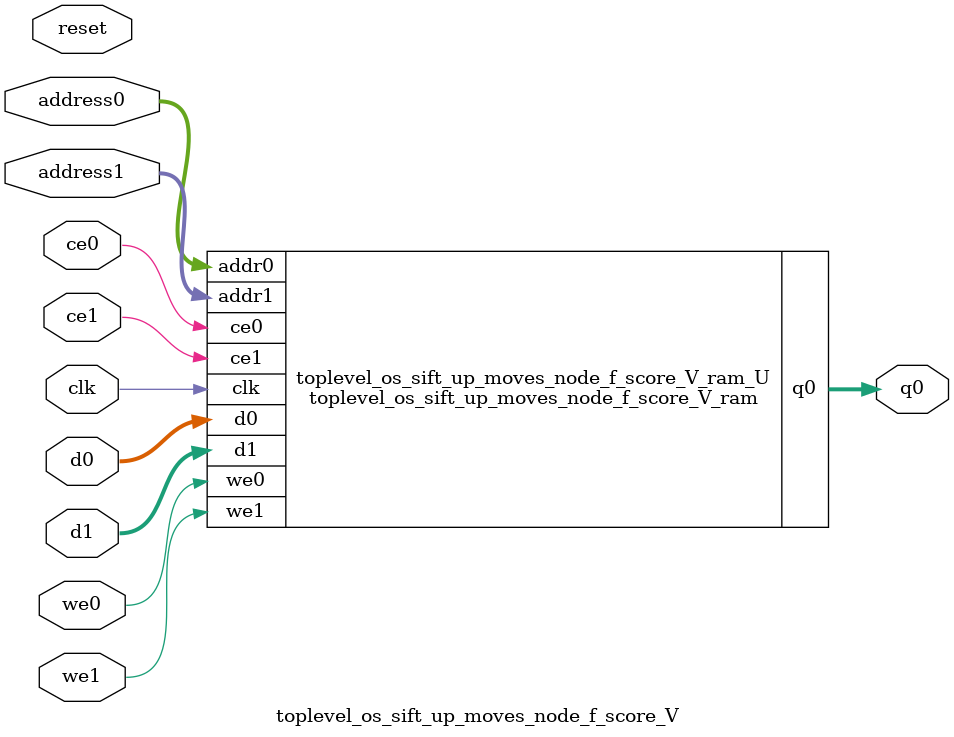
<source format=v>
`timescale 1 ns / 1 ps
module toplevel_os_sift_up_moves_node_f_score_V_ram (addr0, ce0, d0, we0, q0, addr1, ce1, d1, we1,  clk);

parameter DWIDTH = 11;
parameter AWIDTH = 4;
parameter MEM_SIZE = 16;

input[AWIDTH-1:0] addr0;
input ce0;
input[DWIDTH-1:0] d0;
input we0;
output reg[DWIDTH-1:0] q0;
input[AWIDTH-1:0] addr1;
input ce1;
input[DWIDTH-1:0] d1;
input we1;
input clk;

reg [DWIDTH-1:0] ram[0:MEM_SIZE-1];




always @(posedge clk)  
begin 
    if (ce0) begin
        if (we0) 
            ram[addr0] <= d0; 
        q0 <= ram[addr0];
    end
end


always @(posedge clk)  
begin 
    if (ce1) begin
        if (we1) 
            ram[addr1] <= d1; 
    end
end


endmodule

`timescale 1 ns / 1 ps
module toplevel_os_sift_up_moves_node_f_score_V(
    reset,
    clk,
    address0,
    ce0,
    we0,
    d0,
    q0,
    address1,
    ce1,
    we1,
    d1);

parameter DataWidth = 32'd11;
parameter AddressRange = 32'd16;
parameter AddressWidth = 32'd4;
input reset;
input clk;
input[AddressWidth - 1:0] address0;
input ce0;
input we0;
input[DataWidth - 1:0] d0;
output[DataWidth - 1:0] q0;
input[AddressWidth - 1:0] address1;
input ce1;
input we1;
input[DataWidth - 1:0] d1;



toplevel_os_sift_up_moves_node_f_score_V_ram toplevel_os_sift_up_moves_node_f_score_V_ram_U(
    .clk( clk ),
    .addr0( address0 ),
    .ce0( ce0 ),
    .we0( we0 ),
    .d0( d0 ),
    .q0( q0 ),
    .addr1( address1 ),
    .ce1( ce1 ),
    .we1( we1 ),
    .d1( d1 ));

endmodule


</source>
